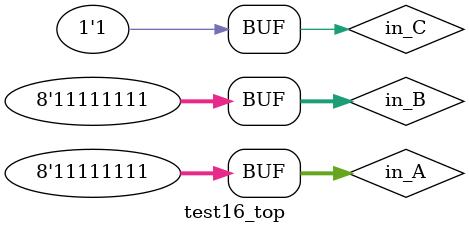
<source format=v>
`timescale 1ns/1ns

module test16_top ()	;
	reg [7:0] in_A, in_B;
	reg in_C;
	
	wire [7:0] out_S;
	wire out_C; 
	
	KGA U0 (.A(in_A), .B(in_B), .in_C(in_C), .S(out_S), .out_C(out_C))   	  ;
	
	initial begin
		in_A <= 8'b00000000;
		in_B <= 8'b00000000;
		in_C <= 1'b0;		 
		
		#10
		in_A <= 8'b00000000;
		in_B <= 8'b00000000;
		in_C <= 1'b1;
		
		#10
		in_A <= 8'b00000001;
		in_B <= 8'b00000001;
		in_C <= 1'b0;	  
		
		#10
		in_A <= 8'b11111111;
		in_B <= 8'b00000000;
		in_C <= 1'b1;	   
		
		#10
		in_A <= 8'b11111111;
		in_B <= 8'b11111111;
		in_C <= 1'b0	 ;
		
		#10
		in_A <= 8'b11111111;
		in_B <= 8'b11111111;
		in_C <= 1'b1   	;
	end
endmodule		
	
</source>
